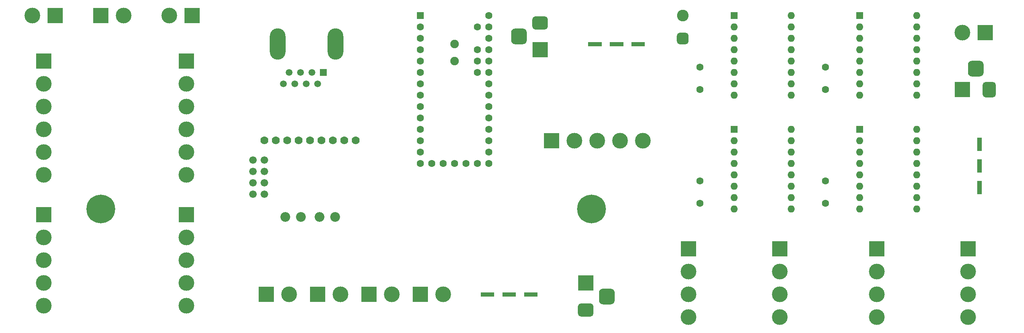
<source format=gbs>
G04 #@! TF.GenerationSoftware,KiCad,Pcbnew,5.1.6*
G04 #@! TF.CreationDate,2020-08-28T22:15:26-07:00*
G04 #@! TF.ProjectId,controller,636f6e74-726f-46c6-9c65-722e6b696361,rev?*
G04 #@! TF.SameCoordinates,Original*
G04 #@! TF.FileFunction,Soldermask,Bot*
G04 #@! TF.FilePolarity,Negative*
%FSLAX46Y46*%
G04 Gerber Fmt 4.6, Leading zero omitted, Abs format (unit mm)*
G04 Created by KiCad (PCBNEW 5.1.6) date 2020-08-28 22:15:26*
%MOMM*%
%LPD*%
G01*
G04 APERTURE LIST*
%ADD10C,6.400000*%
%ADD11C,2.600000*%
%ADD12O,1.600000X1.600000*%
%ADD13R,1.600000X1.600000*%
%ADD14C,0.100000*%
%ADD15C,1.900000*%
%ADD16C,1.600000*%
%ADD17C,3.500000*%
%ADD18R,3.500000X3.500000*%
%ADD19C,1.500000*%
%ADD20O,3.500000X7.000000*%
%ADD21R,1.500000X1.500000*%
%ADD22C,1.676400*%
%ADD23C,2.184400*%
%ADD24C,1.778000*%
G04 APERTURE END LIST*
D10*
G04 #@! TO.C,mount1*
X34290000Y-76200000D03*
G04 #@! TD*
G04 #@! TO.C,mount2*
X143510000Y-76200000D03*
G04 #@! TD*
D11*
G04 #@! TO.C,JP1*
X163830000Y-33020000D03*
G36*
G01*
X164480000Y-39400000D02*
X163180000Y-39400000D01*
G75*
G02*
X162530000Y-38750000I0J650000D01*
G01*
X162530000Y-37450000D01*
G75*
G02*
X163180000Y-36800000I650000J0D01*
G01*
X164480000Y-36800000D01*
G75*
G02*
X165130000Y-37450000I0J-650000D01*
G01*
X165130000Y-38750000D01*
G75*
G02*
X164480000Y-39400000I-650000J0D01*
G01*
G37*
G04 #@! TD*
D12*
G04 #@! TO.C,MC-LeverR1*
X215900000Y-33020000D03*
X203200000Y-50800000D03*
X215900000Y-35560000D03*
X203200000Y-48260000D03*
X215900000Y-38100000D03*
X203200000Y-45720000D03*
X215900000Y-40640000D03*
X203200000Y-43180000D03*
X215900000Y-43180000D03*
X203200000Y-40640000D03*
X215900000Y-45720000D03*
X203200000Y-38100000D03*
X215900000Y-48260000D03*
X203200000Y-35560000D03*
X215900000Y-50800000D03*
D13*
X203200000Y-33020000D03*
G04 #@! TD*
D12*
G04 #@! TO.C,MC-SpoutR1*
X215900000Y-58420000D03*
X203200000Y-76200000D03*
X215900000Y-60960000D03*
X203200000Y-73660000D03*
X215900000Y-63500000D03*
X203200000Y-71120000D03*
X215900000Y-66040000D03*
X203200000Y-68580000D03*
X215900000Y-68580000D03*
X203200000Y-66040000D03*
X215900000Y-71120000D03*
X203200000Y-63500000D03*
X215900000Y-73660000D03*
X203200000Y-60960000D03*
X215900000Y-76200000D03*
D13*
X203200000Y-58420000D03*
G04 #@! TD*
D12*
G04 #@! TO.C,MC-SpoutL1*
X187960000Y-58420000D03*
X175260000Y-76200000D03*
X187960000Y-60960000D03*
X175260000Y-73660000D03*
X187960000Y-63500000D03*
X175260000Y-71120000D03*
X187960000Y-66040000D03*
X175260000Y-68580000D03*
X187960000Y-68580000D03*
X175260000Y-66040000D03*
X187960000Y-71120000D03*
X175260000Y-63500000D03*
X187960000Y-73660000D03*
X175260000Y-60960000D03*
X187960000Y-76200000D03*
D13*
X175260000Y-58420000D03*
G04 #@! TD*
D12*
G04 #@! TO.C,MC-LeverL1*
X187960000Y-33020000D03*
X175260000Y-50800000D03*
X187960000Y-35560000D03*
X175260000Y-48260000D03*
X187960000Y-38100000D03*
X175260000Y-45720000D03*
X187960000Y-40640000D03*
X175260000Y-43180000D03*
X187960000Y-43180000D03*
X175260000Y-40640000D03*
X187960000Y-45720000D03*
X175260000Y-38100000D03*
X187960000Y-48260000D03*
X175260000Y-35560000D03*
X187960000Y-50800000D03*
D13*
X175260000Y-33020000D03*
G04 #@! TD*
D14*
G04 #@! TO.C,SW12*
G36*
X131545000Y-95750000D02*
G01*
X128545000Y-95750000D01*
X128545000Y-94750000D01*
X131545000Y-94750000D01*
X131545000Y-95750000D01*
G37*
G36*
X126720000Y-95750000D02*
G01*
X123720000Y-95750000D01*
X123720000Y-94750000D01*
X126720000Y-94750000D01*
X126720000Y-95750000D01*
G37*
G36*
X121895000Y-95750000D02*
G01*
X118895000Y-95750000D01*
X118895000Y-94750000D01*
X121895000Y-94750000D01*
X121895000Y-95750000D01*
G37*
G04 #@! TD*
G04 #@! TO.C,SW9*
G36*
X230370000Y-60225000D02*
G01*
X230370000Y-63225000D01*
X229370000Y-63225000D01*
X229370000Y-60225000D01*
X230370000Y-60225000D01*
G37*
G36*
X230370000Y-65050000D02*
G01*
X230370000Y-68050000D01*
X229370000Y-68050000D01*
X229370000Y-65050000D01*
X230370000Y-65050000D01*
G37*
G36*
X230370000Y-69875000D02*
G01*
X230370000Y-72875000D01*
X229370000Y-72875000D01*
X229370000Y-69875000D01*
X230370000Y-69875000D01*
G37*
G04 #@! TD*
G04 #@! TO.C,SW5*
G36*
X142775000Y-38870000D02*
G01*
X145775000Y-38870000D01*
X145775000Y-39870000D01*
X142775000Y-39870000D01*
X142775000Y-38870000D01*
G37*
G36*
X147600000Y-38870000D02*
G01*
X150600000Y-38870000D01*
X150600000Y-39870000D01*
X147600000Y-39870000D01*
X147600000Y-38870000D01*
G37*
G36*
X152425000Y-38870000D02*
G01*
X155425000Y-38870000D01*
X155425000Y-39870000D01*
X152425000Y-39870000D01*
X152425000Y-38870000D01*
G37*
G04 #@! TD*
D15*
G04 #@! TO.C,U1*
X113030000Y-39370000D03*
X113030000Y-43180000D03*
D13*
X105410000Y-33020000D03*
D16*
X105410000Y-35560000D03*
X105410000Y-38100000D03*
X105410000Y-40640000D03*
X105410000Y-43180000D03*
X105410000Y-45720000D03*
X105410000Y-48260000D03*
X105410000Y-50800000D03*
X105410000Y-53340000D03*
X105410000Y-55880000D03*
X105410000Y-58420000D03*
X105410000Y-60960000D03*
X105410000Y-63500000D03*
X118110000Y-45720000D03*
X118110000Y-43180000D03*
X118110000Y-40640000D03*
X118110000Y-35560000D03*
X120650000Y-33020000D03*
X120650000Y-35560000D03*
X120650000Y-38100000D03*
X120650000Y-40640000D03*
X120650000Y-43180000D03*
X120650000Y-45720000D03*
X120650000Y-48260000D03*
X120650000Y-50800000D03*
X120650000Y-53340000D03*
X120650000Y-55880000D03*
X120650000Y-58420000D03*
X120650000Y-60960000D03*
X120650000Y-63500000D03*
X105410000Y-66040000D03*
X107950000Y-66040000D03*
X110490000Y-66040000D03*
X120650000Y-66040000D03*
X118110000Y-66040000D03*
X115570000Y-66040000D03*
X113030000Y-66040000D03*
G04 #@! TD*
D17*
G04 #@! TO.C,ToHandleR1*
X21590000Y-97790000D03*
X21590000Y-92710000D03*
X21590000Y-87630000D03*
X21590000Y-82550000D03*
D18*
X21590000Y-77470000D03*
G04 #@! TD*
D17*
G04 #@! TO.C,ToHandleL1*
X53340000Y-97790000D03*
X53340000Y-92710000D03*
X53340000Y-87630000D03*
X53340000Y-82550000D03*
D18*
X53340000Y-77470000D03*
G04 #@! TD*
D17*
G04 #@! TO.C,sync_trigger_out1*
X154940000Y-60960000D03*
X149860000Y-60960000D03*
X144780000Y-60960000D03*
X139700000Y-60960000D03*
D18*
X134620000Y-60960000D03*
G04 #@! TD*
D17*
G04 #@! TO.C,SpoutR-ToMotor1*
X227330000Y-100330000D03*
X227330000Y-95250000D03*
X227330000Y-90170000D03*
D18*
X227330000Y-85090000D03*
G04 #@! TD*
D17*
G04 #@! TO.C,SpoutL-ToMotor1*
X185420000Y-100330000D03*
X185420000Y-95250000D03*
X185420000Y-90170000D03*
D18*
X185420000Y-85090000D03*
G04 #@! TD*
D17*
G04 #@! TO.C,SoundVisionR1*
X21590000Y-68580000D03*
X21590000Y-63500000D03*
X21590000Y-58420000D03*
X21590000Y-53340000D03*
X21590000Y-48260000D03*
D18*
X21590000Y-43180000D03*
G04 #@! TD*
D17*
G04 #@! TO.C,SoundVisionL1*
X53340000Y-68580000D03*
X53340000Y-63500000D03*
X53340000Y-58420000D03*
X53340000Y-53340000D03*
X53340000Y-48260000D03*
D18*
X53340000Y-43180000D03*
G04 #@! TD*
D17*
G04 #@! TO.C,J9V1*
X226060000Y-36830000D03*
D18*
X231140000Y-36830000D03*
G04 #@! TD*
D17*
G04 #@! TO.C,J5V2*
X49530000Y-33020000D03*
D18*
X54610000Y-33020000D03*
G04 #@! TD*
D17*
G04 #@! TO.C,J5V1*
X19050000Y-33020000D03*
D18*
X24130000Y-33020000D03*
G04 #@! TD*
D17*
G04 #@! TO.C,J12V4*
X76200000Y-95250000D03*
D18*
X71120000Y-95250000D03*
G04 #@! TD*
D17*
G04 #@! TO.C,J12V3*
X110490000Y-95250000D03*
D18*
X105410000Y-95250000D03*
G04 #@! TD*
D17*
G04 #@! TO.C,J12V2*
X99060000Y-95250000D03*
D18*
X93980000Y-95250000D03*
G04 #@! TD*
D17*
G04 #@! TO.C,J12V1*
X87630000Y-95250000D03*
D18*
X82550000Y-95250000D03*
G04 #@! TD*
D19*
G04 #@! TO.C,J2*
X77470000Y-48260000D03*
X74930000Y-48260000D03*
D20*
X86550000Y-39370000D03*
D19*
X82550000Y-48260000D03*
D21*
X83820000Y-45720000D03*
D19*
X76200000Y-45720000D03*
X80010000Y-48260000D03*
X78740000Y-45720000D03*
X81280000Y-45720000D03*
D20*
X73660000Y-39370000D03*
G04 #@! TD*
D17*
G04 #@! TO.C,HandleR-ToMotor1*
X207010000Y-100330000D03*
X207010000Y-95250000D03*
X207010000Y-90170000D03*
D18*
X207010000Y-85090000D03*
G04 #@! TD*
D17*
G04 #@! TO.C,HandleL-ToMotor1*
X165100000Y-100330000D03*
X165100000Y-95250000D03*
X165100000Y-90170000D03*
D18*
X165100000Y-85090000D03*
G04 #@! TD*
D17*
G04 #@! TO.C,distractor1*
X39370000Y-33020000D03*
D18*
X34290000Y-33020000D03*
G04 #@! TD*
D16*
G04 #@! TO.C,C4*
X167640000Y-69930000D03*
X167640000Y-74930000D03*
G04 #@! TD*
G04 #@! TO.C,C3*
X195580000Y-44530000D03*
X195580000Y-49530000D03*
G04 #@! TD*
G04 #@! TO.C,C2*
X167640000Y-44530000D03*
X167640000Y-49530000D03*
G04 #@! TD*
G04 #@! TO.C,C1*
X195580000Y-69930000D03*
X195580000Y-74930000D03*
G04 #@! TD*
G04 #@! TO.C,9V1*
G36*
G01*
X230810000Y-43955000D02*
X230810000Y-45705000D01*
G75*
G02*
X229935000Y-46580000I-875000J0D01*
G01*
X228185000Y-46580000D01*
G75*
G02*
X227310000Y-45705000I0J875000D01*
G01*
X227310000Y-43955000D01*
G75*
G02*
X228185000Y-43080000I875000J0D01*
G01*
X229935000Y-43080000D01*
G75*
G02*
X230810000Y-43955000I0J-875000D01*
G01*
G37*
G36*
G01*
X233560000Y-48530000D02*
X233560000Y-50530000D01*
G75*
G02*
X232810000Y-51280000I-750000J0D01*
G01*
X231310000Y-51280000D01*
G75*
G02*
X230560000Y-50530000I0J750000D01*
G01*
X230560000Y-48530000D01*
G75*
G02*
X231310000Y-47780000I750000J0D01*
G01*
X232810000Y-47780000D01*
G75*
G02*
X233560000Y-48530000I0J-750000D01*
G01*
G37*
D18*
X226060000Y-49530000D03*
G04 #@! TD*
G04 #@! TO.C,5V1*
G36*
G01*
X126505000Y-35890000D02*
X128255000Y-35890000D01*
G75*
G02*
X129130000Y-36765000I0J-875000D01*
G01*
X129130000Y-38515000D01*
G75*
G02*
X128255000Y-39390000I-875000J0D01*
G01*
X126505000Y-39390000D01*
G75*
G02*
X125630000Y-38515000I0J875000D01*
G01*
X125630000Y-36765000D01*
G75*
G02*
X126505000Y-35890000I875000J0D01*
G01*
G37*
G36*
G01*
X131080000Y-33140000D02*
X133080000Y-33140000D01*
G75*
G02*
X133830000Y-33890000I0J-750000D01*
G01*
X133830000Y-35390000D01*
G75*
G02*
X133080000Y-36140000I-750000J0D01*
G01*
X131080000Y-36140000D01*
G75*
G02*
X130330000Y-35390000I0J750000D01*
G01*
X130330000Y-33890000D01*
G75*
G02*
X131080000Y-33140000I750000J0D01*
G01*
G37*
X132080000Y-40640000D03*
G04 #@! TD*
G04 #@! TO.C,12V1*
G36*
G01*
X147815000Y-97460000D02*
X146065000Y-97460000D01*
G75*
G02*
X145190000Y-96585000I0J875000D01*
G01*
X145190000Y-94835000D01*
G75*
G02*
X146065000Y-93960000I875000J0D01*
G01*
X147815000Y-93960000D01*
G75*
G02*
X148690000Y-94835000I0J-875000D01*
G01*
X148690000Y-96585000D01*
G75*
G02*
X147815000Y-97460000I-875000J0D01*
G01*
G37*
G36*
G01*
X143240000Y-100210000D02*
X141240000Y-100210000D01*
G75*
G02*
X140490000Y-99460000I0J750000D01*
G01*
X140490000Y-97960000D01*
G75*
G02*
X141240000Y-97210000I750000J0D01*
G01*
X143240000Y-97210000D01*
G75*
G02*
X143990000Y-97960000I0J-750000D01*
G01*
X143990000Y-99460000D01*
G75*
G02*
X143240000Y-100210000I-750000J0D01*
G01*
G37*
X142240000Y-92710000D03*
G04 #@! TD*
D22*
G04 #@! TO.C,U2*
X68148200Y-72821800D03*
X70688200Y-72821800D03*
X68148200Y-70281800D03*
X70688200Y-70281800D03*
X68148200Y-67741800D03*
X70688200Y-67741800D03*
X68148200Y-65201800D03*
X70688200Y-65201800D03*
D23*
X75338200Y-77901800D03*
X78838200Y-77901800D03*
X82958200Y-77901800D03*
X86458210Y-77901800D03*
D24*
X70739000Y-60833000D03*
X73279000Y-60833000D03*
X75819000Y-60833000D03*
X78359000Y-60833000D03*
X80899000Y-60833000D03*
X83439000Y-60833000D03*
X85979000Y-60833000D03*
X88519000Y-60833000D03*
X91059000Y-60833000D03*
G04 #@! TD*
M02*

</source>
